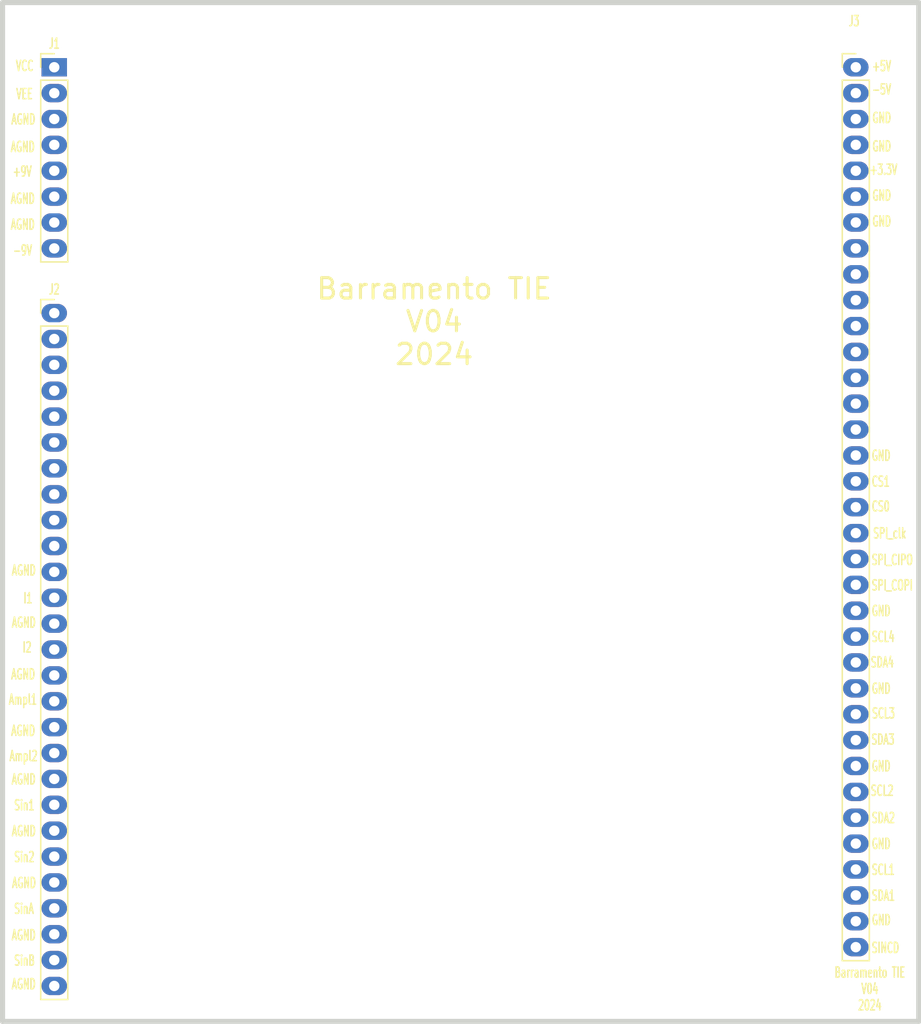
<source format=kicad_pcb>
(kicad_pcb (version 20221018) (generator pcbnew)
  (title_block (title "Barramento do EITduino") (date "2023-08-14") (rev "v02") (company "EITduino") (comment 1 "Autor: Gustavo Pinheiro") (comment 2 "Barramento proposto para uma placa 90x100 mm") (comment 3 "placa de face simples") (comment 4 "Pinos AGND e DGND"))
  (layers (0 "F.Cu" signal) (31 "B.Cu" signal) (34 "B.Paste" user) (35 "F.Paste" user) (36 "B.SilkS" user "B.Silkscreen") (37 "F.SilkS" user "F.Silkscreen") (38 "B.Mask" user) (39 "F.Mask" user) (44 "Edge.Cuts" user))
  (net 0 "")
  (net 1 "+9V")
  (net 2 "-9V")
  (net 3 "+5V")
  (net 4 "-5V")
  (net 5 "+3.3V")
  (net 12 "Earth")
  (net 14 "I1")
  (net 15 "I2")
  (net 16 "Ampl1")
  (net 17 "Ampl2")
  (net 18 "Sin1")
  (net 19 "Sin2")
  (net 20 "SinA")
  (net 21 "SinB")
  (net 23 "SPI_COPI")
  (net 24 "SPI_CIPO")
  (net 25 "SPI_clk")
  (net 26 "CS1")
  (net 27 "CS0")
  (net 28 "SCL3")
  (net 29 "SDA3")
  (net 30 "SCL2")
  (net 31 "SDA2")
  (net 32 "SCL1")
  (net 33 "SDA1")
  (net 34 "VCC")
  (net 35 "VEE")
  (net 46 "SINCD")
  (net 47 "SCL4")
  (net 48 "SDA4")
  (footprint "Connector_PinHeader_2.54mm:PinHeader_1x35_P2.54mm_Vertical" (layer "F.Cu") (at 185.42 57.15)
    (fp_text reference "J3" (at -0.165 -4.535) (layer "F.SilkS") (effects (font (size 1 0.6))))
    (fp_text value "comunicacao / sinais digitais" hide)
    (fp_line (start -1.33 -1.33) (end 0 -1.33) (stroke (width 0.15)) (layer "F.SilkS"))
    (fp_line (start -1.33 0) (end -1.33 -1.33) (stroke (width 0.15)) (layer "F.SilkS"))
    (fp_line (start -1.33 1.27) (end -1.33 87.69) (stroke (width 0.15)) (layer "F.SilkS"))
    (fp_line (start -1.33 1.27) (end 1.33 1.27) (stroke (width 0.15)) (layer "F.SilkS"))
    (fp_line (start -1.33 87.69) (end 1.33 87.69) (stroke (width 0.15)) (layer "F.SilkS"))
    (fp_line (start 1.33 1.27) (end 1.33 87.69) (stroke (width 0.15)) (layer "F.SilkS"))
    (pad "1" thru_hole oval (at 0 0) (size 2.5 1.8) (drill 1.02) (layers "*.Cu" "*.Mask") (net 3 "+5V"))
    (pad "2" thru_hole oval (at 0 2.54) (size 2.5 1.8) (drill 1.02) (layers "*.Cu" "*.Mask") (net 4 "-5V"))
    (pad "3" thru_hole oval (at 0 5.08) (size 2.5 1.8) (drill 1.02) (layers "*.Cu" "*.Mask") (net 12 "Earth"))
    (pad "4" thru_hole oval (at 0 7.62) (size 2.5 1.8) (drill 1.02) (layers "*.Cu" "*.Mask") (net 12 "Earth"))
    (pad "5" thru_hole oval (at 0 10.16) (size 2.5 1.8) (drill 1.02) (layers "*.Cu" "*.Mask") (net 5 "+3.3V"))
    (pad "6" thru_hole oval (at 0 12.7) (size 2.5 1.8) (drill 1.02) (layers "*.Cu" "*.Mask") (net 12 "Earth"))
    (pad "7" thru_hole oval (at 0 15.24) (size 2.5 1.8) (drill 1.02) (layers "*.Cu" "*.Mask") (net 12 "Earth"))
    (pad "8" thru_hole oval (at 0 17.78) (size 2.5 1.8) (drill 1.02) (layers "*.Cu" "*.Mask"))
    (pad "9" thru_hole oval (at 0 20.32) (size 2.5 1.8) (drill 1.02) (layers "*.Cu" "*.Mask"))
    (pad "10" thru_hole oval (at 0 22.86) (size 2.5 1.8) (drill 1.02) (layers "*.Cu" "*.Mask"))
    (pad "11" thru_hole oval (at 0 25.4) (size 2.5 1.8) (drill 1.02) (layers "*.Cu" "*.Mask"))
    (pad "12" thru_hole oval (at 0 27.94) (size 2.5 1.8) (drill 1.02) (layers "*.Cu" "*.Mask"))
    (pad "13" thru_hole oval (at 0 30.48) (size 2.5 1.8) (drill 1.02) (layers "*.Cu" "*.Mask"))
    (pad "14" thru_hole oval (at 0 33.02) (size 2.5 1.8) (drill 1.02) (layers "*.Cu" "*.Mask"))
    (pad "15" thru_hole oval (at 0 35.56) (size 2.5 1.8) (drill 1.02) (layers "*.Cu" "*.Mask"))
    (pad "16" thru_hole oval (at 0 38.1) (size 2.5 1.8) (drill 1.02) (layers "*.Cu" "*.Mask") (net 12 "Earth"))
    (pad "17" thru_hole oval (at 0 40.64) (size 2.5 1.8) (drill 1.02) (layers "*.Cu" "*.Mask") (net 26 "CS1"))
    (pad "18" thru_hole oval (at 0 43.18) (size 2.5 1.8) (drill 1.02) (layers "*.Cu" "*.Mask") (net 27 "CS0"))
    (pad "19" thru_hole oval (at 0 45.72) (size 2.5 1.8) (drill 1.02) (layers "*.Cu" "*.Mask") (net 25 "SPI_clk"))
    (pad "20" thru_hole oval (at 0 48.26) (size 2.5 1.8) (drill 1.02) (layers "*.Cu" "*.Mask") (net 24 "SPI_CIPO"))
    (pad "21" thru_hole oval (at 0 50.8) (size 2.5 1.8) (drill 1.02) (layers "*.Cu" "*.Mask") (net 23 "SPI_COPI"))
    (pad "22" thru_hole oval (at 0 53.34) (size 2.5 1.8) (drill 1.02) (layers "*.Cu" "*.Mask") (net 12 "Earth"))
    (pad "23" thru_hole oval (at 0 55.88) (size 2.5 1.8) (drill 1.02) (layers "*.Cu" "*.Mask") (net 47 "SCL4"))
    (pad "24" thru_hole oval (at 0 58.42) (size 2.5 1.8) (drill 1.02) (layers "*.Cu" "*.Mask") (net 48 "SDA4"))
    (pad "25" thru_hole oval (at 0 60.96) (size 2.5 1.8) (drill 1.02) (layers "*.Cu" "*.Mask") (net 12 "Earth"))
    (pad "26" thru_hole oval (at 0 63.5) (size 2.5 1.8) (drill 1.02) (layers "*.Cu" "*.Mask") (net 28 "SCL3"))
    (pad "27" thru_hole oval (at 0 66.04) (size 2.5 1.8) (drill 1.02) (layers "*.Cu" "*.Mask") (net 29 "SDA3"))
    (pad "28" thru_hole oval (at 0 68.58) (size 2.5 1.8) (drill 1.02) (layers "*.Cu" "*.Mask") (net 12 "Earth"))
    (pad "29" thru_hole oval (at 0 71.12) (size 2.5 1.8) (drill 1.02) (layers "*.Cu" "*.Mask") (net 30 "SCL2"))
    (pad "30" thru_hole oval (at 0 73.66) (size 2.5 1.8) (drill 1.02) (layers "*.Cu" "*.Mask") (net 31 "SDA2"))
    (pad "31" thru_hole oval (at 0 76.2) (size 2.5 1.8) (drill 1.02) (layers "*.Cu" "*.Mask") (net 12 "Earth"))
    (pad "32" thru_hole oval (at 0 78.74) (size 2.5 1.8) (drill 1.02) (layers "*.Cu" "*.Mask") (net 32 "SCL1"))
    (pad "33" thru_hole oval (at 0 81.28) (size 2.5 1.8) (drill 1.02) (layers "*.Cu" "*.Mask") (net 33 "SDA1"))
    (pad "34" thru_hole oval (at 0 83.82) (size 2.5 1.8) (drill 1.02) (layers "*.Cu" "*.Mask") (net 12 "Earth"))
    (pad "35" thru_hole oval (at 0 86.36) (size 2.5 1.8) (drill 1.02) (layers "*.Cu" "*.Mask") (net 46 "SINCD"))
  )
  (footprint "Connector_PinHeader_2.54mm:PinHeader_1x08_P2.54mm_Vertical" (layer "F.Cu") (at 106.68 57.15)
    (fp_text reference "J1" (at 0 -2.33) (layer "F.SilkS") (effects (font (size 1 0.6))))
    (fp_text value "alimentacao analogica" hide)
    (fp_line (start -1.33 -1.33) (end 0 -1.33) (stroke (width 0.15)) (layer "F.SilkS"))
    (fp_line (start -1.33 0) (end -1.33 -1.33) (stroke (width 0.15)) (layer "F.SilkS"))
    (fp_line (start -1.33 1.27) (end -1.33 19.11) (stroke (width 0.15)) (layer "F.SilkS"))
    (fp_line (start -1.33 1.27) (end 1.33 1.27) (stroke (width 0.15)) (layer "F.SilkS"))
    (fp_line (start -1.33 19.11) (end 1.33 19.11) (stroke (width 0.15)) (layer "F.SilkS"))
    (fp_line (start 1.33 1.27) (end 1.33 19.11) (stroke (width 0.15)) (layer "F.SilkS"))
    (pad "1" thru_hole rect (at 0 0) (size 2.5 1.8) (drill 1.02) (layers "*.Cu" "*.Mask") (net 34 "VCC"))
    (pad "2" thru_hole oval (at 0 2.54) (size 2.5 1.8) (drill 1.02) (layers "*.Cu" "*.Mask") (net 35 "VEE"))
    (pad "3" thru_hole oval (at 0 5.08) (size 2.5 1.8) (drill 1.02) (layers "*.Cu" "*.Mask") (net 12 "Earth"))
    (pad "4" thru_hole oval (at 0 7.62) (size 2.5 1.8) (drill 1.02) (layers "*.Cu" "*.Mask") (net 12 "Earth"))
    (pad "5" thru_hole oval (at 0 10.16) (size 2.5 1.8) (drill 1.02) (layers "*.Cu" "*.Mask") (net 1 "+9V"))
    (pad "6" thru_hole oval (at 0 12.7) (size 2.5 1.8) (drill 1.02) (layers "*.Cu" "*.Mask") (net 12 "Earth"))
    (pad "7" thru_hole oval (at 0 15.24) (size 2.5 1.8) (drill 1.02) (layers "*.Cu" "*.Mask") (net 12 "Earth"))
    (pad "8" thru_hole oval (at 0 17.78) (size 2.5 1.8) (drill 1.02) (layers "*.Cu" "*.Mask") (net 2 "-9V"))
  )
  (footprint "Connector_PinHeader_2.54mm:PinHeader_1x27_P2.54mm_Vertical" (layer "F.Cu") (at 106.68 81.28)
    (fp_text reference "J2" (at 0 -2.33) (layer "F.SilkS") (effects (font (size 1 0.6))))
    (fp_text value "sinais analogicos" hide)
    (fp_line (start -1.33 -1.33) (end 0 -1.33) (stroke (width 0.15)) (layer "F.SilkS"))
    (fp_line (start -1.33 0) (end -1.33 -1.33) (stroke (width 0.15)) (layer "F.SilkS"))
    (fp_line (start -1.33 1.27) (end -1.33 67.37) (stroke (width 0.15)) (layer "F.SilkS"))
    (fp_line (start -1.33 1.27) (end 1.33 1.27) (stroke (width 0.15)) (layer "F.SilkS"))
    (fp_line (start -1.33 67.37) (end 1.33 67.37) (stroke (width 0.15)) (layer "F.SilkS"))
    (fp_line (start 1.33 1.27) (end 1.33 67.37) (stroke (width 0.15)) (layer "F.SilkS"))
    (pad "1" thru_hole oval (at 0 0) (size 2.5 1.8) (drill 1.02) (layers "*.Cu" "*.Mask"))
    (pad "2" thru_hole oval (at 0 2.54) (size 2.5 1.8) (drill 1.02) (layers "*.Cu" "*.Mask"))
    (pad "3" thru_hole oval (at 0 5.08) (size 2.5 1.8) (drill 1.02) (layers "*.Cu" "*.Mask"))
    (pad "4" thru_hole oval (at 0 7.62) (size 2.5 1.8) (drill 1.02) (layers "*.Cu" "*.Mask"))
    (pad "5" thru_hole oval (at 0 10.16) (size 2.5 1.8) (drill 1.02) (layers "*.Cu" "*.Mask"))
    (pad "6" thru_hole oval (at 0 12.7) (size 2.5 1.8) (drill 1.02) (layers "*.Cu" "*.Mask"))
    (pad "7" thru_hole oval (at 0 15.24) (size 2.5 1.8) (drill 1.02) (layers "*.Cu" "*.Mask"))
    (pad "8" thru_hole oval (at 0 17.78) (size 2.5 1.8) (drill 1.02) (layers "*.Cu" "*.Mask"))
    (pad "9" thru_hole oval (at 0 20.32) (size 2.5 1.8) (drill 1.02) (layers "*.Cu" "*.Mask"))
    (pad "10" thru_hole oval (at 0 22.86) (size 2.5 1.8) (drill 1.02) (layers "*.Cu" "*.Mask"))
    (pad "11" thru_hole oval (at 0 25.4) (size 2.5 1.8) (drill 1.02) (layers "*.Cu" "*.Mask") (net 12 "Earth"))
    (pad "12" thru_hole oval (at 0 27.94) (size 2.5 1.8) (drill 1.02) (layers "*.Cu" "*.Mask") (net 14 "I1"))
    (pad "13" thru_hole oval (at 0 30.48) (size 2.5 1.8) (drill 1.02) (layers "*.Cu" "*.Mask") (net 12 "Earth"))
    (pad "14" thru_hole oval (at 0 33.02) (size 2.5 1.8) (drill 1.02) (layers "*.Cu" "*.Mask") (net 15 "I2"))
    (pad "15" thru_hole oval (at 0 35.56) (size 2.5 1.8) (drill 1.02) (layers "*.Cu" "*.Mask") (net 12 "Earth"))
    (pad "16" thru_hole oval (at 0 38.1) (size 2.5 1.8) (drill 1.02) (layers "*.Cu" "*.Mask") (net 16 "Ampl1"))
    (pad "17" thru_hole oval (at 0 40.64) (size 2.5 1.8) (drill 1.02) (layers "*.Cu" "*.Mask") (net 12 "Earth"))
    (pad "18" thru_hole oval (at 0 43.18) (size 2.5 1.8) (drill 1.02) (layers "*.Cu" "*.Mask") (net 17 "Ampl2"))
    (pad "19" thru_hole oval (at 0 45.72) (size 2.5 1.8) (drill 1.02) (layers "*.Cu" "*.Mask") (net 12 "Earth"))
    (pad "20" thru_hole oval (at 0 48.26) (size 2.5 1.8) (drill 1.02) (layers "*.Cu" "*.Mask") (net 18 "Sin1"))
    (pad "21" thru_hole oval (at 0 50.8) (size 2.5 1.8) (drill 1.02) (layers "*.Cu" "*.Mask") (net 12 "Earth"))
    (pad "22" thru_hole oval (at 0 53.34) (size 2.5 1.8) (drill 1.02) (layers "*.Cu" "*.Mask") (net 19 "Sin2"))
    (pad "23" thru_hole oval (at 0 55.88) (size 2.5 1.8) (drill 1.02) (layers "*.Cu" "*.Mask") (net 12 "Earth"))
    (pad "24" thru_hole oval (at 0 58.42) (size 2.5 1.8) (drill 1.02) (layers "*.Cu" "*.Mask") (net 20 "SinA"))
    (pad "25" thru_hole oval (at 0 60.96) (size 2.5 1.8) (drill 1.02) (layers "*.Cu" "*.Mask") (net 12 "Earth"))
    (pad "26" thru_hole oval (at 0 63.5) (size 2.5 1.8) (drill 1.02) (layers "*.Cu" "*.Mask") (net 21 "SinB"))
    (pad "27" thru_hole oval (at 0 66.04) (size 2.5 1.8) (drill 1.02) (layers "*.Cu" "*.Mask") (net 12 "Earth"))
  )
  (gr_line (start 191.6 50.8) (end 101.6 50.8) (stroke (width 0.5)) (layer "Edge.Cuts"))
  (gr_line (start 191.6 150.8) (end 191.6 50.8) (stroke (width 0.5)) (layer "Edge.Cuts"))
  (gr_line (start 191.59982 150.7998) (end 101.6 150.7998) (stroke (width 0.5)) (layer "Edge.Cuts"))
  (gr_line (start 101.6 50.8) (end 101.6 150.7998) (stroke (width 0.5)) (layer "Edge.Cuts"))
  (gr_text "SDA1" (at 186.8967 138.452966) (layer "F.SilkS") (effects (font (size 1 0.6) (thickness 0.15) bold) (justify left)))
  (gr_text "AGND" (at 102.314418 64.968158) (layer "F.SilkS") (effects (font (size 1 0.6) (thickness 0.15) bold) (justify left)))
  (gr_text "SinA" (at 102.652955 139.742119) (layer "F.SilkS") (effects (font (size 1 0.6) (thickness 0.15) bold) (justify left)))
  (gr_text "SPI_CIPO\n" (at 189 105.5) (layer "F.SilkS") (effects (font (size 1 0.6) (thickness 0.15) bold)))
  (gr_text "GND" (at 186.8967 118.132966) (layer "F.SilkS") (effects (font (size 1 0.6) (thickness 0.15) bold) (justify left)))
  (gr_text "CS1" (at 186.8967 97.812966) (layer "F.SilkS") (effects (font (size 1 0.6) (thickness 0.15) bold) (justify left)))
  (gr_text "GND" (at 186.955818 72.866258) (layer "F.SilkS") (effects (font (size 1 0.6) (thickness 0.15) bold) (justify left bottom)))
  (gr_text "-9V" (at 102.568418 75.128158) (layer "F.SilkS") (effects (font (size 1 0.6) (thickness 0.15) bold) (justify left)))
  (gr_text "AGND" (at 102.441415 137.208672) (layer "F.SilkS") (effects (font (size 1 0.6) (thickness 0.15) bold) (justify left)))
  (gr_text "AGND" (at 102.415048 112.238762) (layer "F.SilkS") (effects (font (size 1 0.6) (thickness 0.15) bold) (justify left bottom)))
  (gr_text "GND" (at 186.8967 125.752966) (layer "F.SilkS") (effects (font (size 1 0.6) (thickness 0.15) bold) (justify left)))
  (gr_text "+3.3V" (at 186.701818 67.786258) (layer "F.SilkS") (effects (font (size 1 0.6) (thickness 0.15) bold) (justify left bottom)))
  (gr_text "GND" (at 186.955818 65.500258) (layer "F.SilkS") (effects (font (size 1 0.6) (thickness 0.15) bold) (justify left bottom)))
  (gr_text "AGND" (at 102.314418 72.588158) (layer "F.SilkS") (effects (font (size 1 0.6) (thickness 0.15) bold) (justify left)))
  (gr_text "GND" (at 186.8967 110.512966) (layer "F.SilkS") (effects (font (size 1 0.6) (thickness 0.15) bold) (justify left)))
  (gr_text "AGND" (at 102.408342 147.725608) (layer "F.SilkS") (effects (font (size 1 0.6) (thickness 0.15) bold) (justify left bottom)))
  (gr_text "Sin1" (at 102.652955 129.582119) (layer "F.SilkS") (effects (font (size 1 0.6) (thickness 0.15) bold) (justify left)))
  (gr_text "AGND" (at 102.414926 132.122118) (layer "F.SilkS") (effects (font (size 1 0.6) (thickness 0.15) bold) (justify left)))
  (gr_text "+5V\n" (at 186.955818 57.626258) (layer "F.SilkS") (effects (font (size 1 0.6) (thickness 0.15) bold) (justify left bottom)))
  (gr_text "SCL2" (at 186.7967 128.152966) (layer "F.SilkS") (effects (font (size 1 0.6) (thickness 0.15) bold) (justify left)))
  (gr_text "-5V" (at 186.955818 59.912258) (layer "F.SilkS") (effects (font (size 1 0.6) (thickness 0.15) bold) (justify left bottom)))
  (gr_text "AGND" (at 102.373918 62.266501) (layer "F.SilkS") (effects (font (size 1 0.6) (thickness 0.15) bold) (justify left)))
  (gr_text "Barramento TIE\nV04\n2024" (at 144 86.5) (layer "F.SilkS") (effects (font (size 2 2) (thickness 0.3)) (justify bottom)))
  (gr_text "SDA3" (at 186.859509 123.716321) (layer "F.SilkS") (effects (font (size 1 0.6) (thickness 0.15) bold) (justify left bottom)))
  (gr_text "SDA4\n" (at 186.7967 115.552966) (layer "F.SilkS") (effects (font (size 1 0.6) (thickness 0.15) bold) (justify left)))
  (gr_text "Ampl2" (at 102.190097 124.753588) (layer "F.SilkS") (effects (font (size 1 0.6) (thickness 0.15) bold) (justify left)))
  (gr_text "GND" (at 186.955818 62.706258) (layer "F.SilkS") (effects (font (size 1 0.6) (thickness 0.15) bold) (justify left bottom)))
  (gr_text "SINCD" (at 186.89297 143.574095) (layer "F.SilkS") (effects (font (size 1 0.6) (thickness 0.15) bold) (justify left)))
  (gr_text "AGND" (at 102.314418 70.048158) (layer "F.SilkS") (effects (font (size 1 0.6) (thickness 0.15) bold) (justify left)))
  (gr_text "CS0" (at 186.8967 100.25) (layer "F.SilkS") (effects (font (size 1 0.6) (thickness 0.15) bold) (justify left)))
  (gr_text "VCC" (at 102.822418 57.602158) (layer "F.SilkS") (effects (font (size 1 0.6) (thickness 0.15) bold) (justify left bottom)))
  (gr_text "VEE\n" (at 102.855208 59.778606) (layer "F.SilkS") (effects (font (size 1 0.6) (thickness 0.15) bold) (justify left)))
  (gr_text "I2\n" (at 103.481993 114.67284) (layer "F.SilkS") (effects (font (size 1 0.6) (thickness 0.15) bold) (justify left bottom)))
  (gr_text "SCL4\n" (at 186.8967 113.052966) (layer "F.SilkS") (effects (font (size 1 0.6) (thickness 0.15) bold) (justify left)))
  (gr_text "GND" (at 186.955818 70.326258) (layer "F.SilkS") (effects (font (size 1 0.6) (thickness 0.15) bold) (justify left bottom)))
  (gr_text "SinB" (at 102.652955 144.822119) (layer "F.SilkS") (effects (font (size 1 0.6) (thickness 0.15) bold) (justify left)))
  (gr_text "AGND" (at 102.401941 127.042119) (layer "F.SilkS") (effects (font (size 1 0.6) (thickness 0.15) bold) (justify left)))
  (gr_text "SDA2" (at 186.8967 130.832966) (layer "F.SilkS") (effects (font (size 1 0.6) (thickness 0.15) bold) (justify left)))
  (gr_text "SPI_clk\n" (at 188.75 102.892966) (layer "F.SilkS") (effects (font (size 1 0.6) (thickness 0.15) bold)))
  (gr_text "GND" (at 186.8967 95.272966) (layer "F.SilkS") (effects (font (size 1 0.6) (thickness 0.15) bold) (justify left)))
  (gr_text "AGND" (at 102.352029 117.31861) (layer "F.SilkS") (effects (font (size 1 0.6) (thickness 0.15) bold) (justify left bottom)))
  (gr_text "I1" (at 103.565958 109.262271) (layer "F.SilkS") (effects (font (size 1 0.6) (thickness 0.15) bold) (justify left)))
  (gr_text "GND" (at 186.9078 141.435253) (layer "F.SilkS") (effects (font (size 1 0.6) (thickness 0.15) bold) (justify left bottom)))
  (gr_text "AGND" (at 102.355457 122.273179) (layer "F.SilkS") (effects (font (size 1 0.6) (thickness 0.15) bold) (justify left)))
  (gr_text "AGND" (at 102.408342 142.334851) (layer "F.SilkS") (effects (font (size 1 0.6) (thickness 0.15) bold) (justify left)))
  (gr_text "Sin2\n" (at 102.652955 134.662119) (layer "F.SilkS") (effects (font (size 1 0.6) (thickness 0.15) bold) (justify left)))
  (gr_text "+9V\n" (at 102.53014 67.379378) (layer "F.SilkS") (effects (font (size 1 0.6) (thickness 0.15) bold) (justify left)))
  (gr_text "AGND" (at 102.415048 107.119197) (layer "F.SilkS") (effects (font (size 1 0.6) (thickness 0.15) bold) (justify left bottom)))
  (gr_text "GND" (at 186.8967 133.372966) (layer "F.SilkS") (effects (font (size 1 0.6) (thickness 0.15) bold) (justify left)))
  (gr_text "Barramento TIE\nV04\n2024" (at 186.8 149.8) (layer "F.SilkS") (effects (font (size 1 0.6) (thickness 0.15) bold) (justify bottom)))
  (gr_text "SCL1\n" (at 186.8967 135.912966) (layer "F.SilkS") (effects (font (size 1 0.6) (thickness 0.15) bold) (justify left)))
  (gr_text "SPI_COPI\n" (at 189 108) (layer "F.SilkS") (effects (font (size 1 0.6) (thickness 0.15) bold)))
  (gr_text "SCL3" (at 186.923306 121.14851) (layer "F.SilkS") (effects (font (size 1 0.6) (thickness 0.15) bold) (justify left bottom)))
  (gr_text "Ampl1" (at 102.123953 119.79277) (layer "F.SilkS") (effects (font (size 1 0.6) (thickness 0.15) bold) (justify left bottom)))
)
</source>
